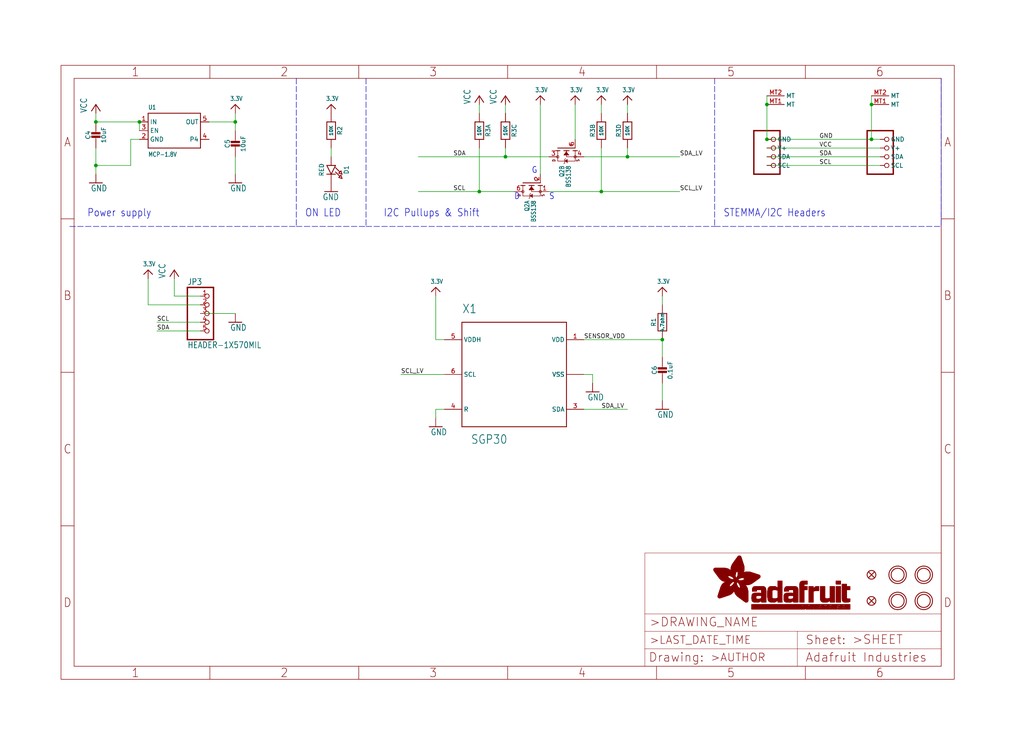
<source format=kicad_sch>
(kicad_sch (version 20211123) (generator eeschema)
  (paper "User" 298.45 217.881)
  (lib_symbols
    (symbol "schematicEagle-eagle-import:3.3V" (power)
      (property "Value" "3.3V" (at -1.524 1.016 0))
      (symbol "3.3V_1_0"
        (pin power_in line (at 0 -2.54 90) (length 2.54) (name "3.3V") (number "1"))
      )
    )
    (symbol "schematicEagle-eagle-import:CAP_CERAMIC0603_NO"
      (property "Reference" "C" (at -2.29 1.25 90))
      (property "Value" "CAP_CERAMIC0603_NO" (at 2.3 1.25 90))
      (symbol "CAP_CERAMIC0603_NO_1_0"
        (pin passive line (at 0 5.08 270) (length 2.54) (name "1") (number "1"))
        (pin passive line (at 0 -2.54 90) (length 2.54) (name "2") (number "2"))
      )
    )
    (symbol "schematicEagle-eagle-import:CAP_CERAMIC0805-NOOUTLINE"
      (property "Reference" "C" (at -2.29 1.25 90))
      (property "Value" "CAP_CERAMIC0805-NOOUTLINE" (at 2.3 1.25 90))
      (symbol "CAP_CERAMIC0805-NOOUTLINE_1_0"
        (pin passive line (at 0 5.08 270) (length 2.54) (name "1") (number "1"))
        (pin passive line (at 0 -2.54 90) (length 2.54) (name "2") (number "2"))
      )
    )
    (symbol "schematicEagle-eagle-import:FIDUCIAL_1MM")
    (symbol "schematicEagle-eagle-import:FRAME_A4_ADAFRUIT"
      (symbol "FRAME_A4_ADAFRUIT_0_0"
        (text "1" (at 21.6958 1.905 0) (effects (font (size 2.54 2.286))))
        (text "1" (at 21.6958 177.165 0) (effects (font (size 2.54 2.286))))
        (text "2" (at 65.0875 1.905 0) (effects (font (size 2.54 2.286))))
        (text "2" (at 65.0875 177.165 0) (effects (font (size 2.54 2.286))))
        (text "3" (at 108.4792 1.905 0) (effects (font (size 2.54 2.286))))
        (text "3" (at 108.4792 177.165 0) (effects (font (size 2.54 2.286))))
        (text "4" (at 151.8708 1.905 0) (effects (font (size 2.54 2.286))))
        (text "4" (at 151.8708 177.165 0) (effects (font (size 2.54 2.286))))
        (text "5" (at 195.2625 1.905 0) (effects (font (size 2.54 2.286))))
        (text "5" (at 195.2625 177.165 0) (effects (font (size 2.54 2.286))))
        (text "6" (at 238.6542 1.905 0) (effects (font (size 2.54 2.286))))
        (text "6" (at 238.6542 177.165 0) (effects (font (size 2.54 2.286))))
        (text "A" (at 1.905 156.6863 0) (effects (font (size 2.54 2.286))))
        (text "A" (at 258.445 156.6863 0) (effects (font (size 2.54 2.286))))
        (text "B" (at 1.905 111.9188 0) (effects (font (size 2.54 2.286))))
        (text "B" (at 258.445 111.9188 0) (effects (font (size 2.54 2.286))))
        (text "C" (at 1.905 67.1513 0) (effects (font (size 2.54 2.286))))
        (text "C" (at 258.445 67.1513 0) (effects (font (size 2.54 2.286))))
        (text "D" (at 1.905 22.3838 0) (effects (font (size 2.54 2.286))))
        (text "D" (at 258.445 22.3838 0) (effects (font (size 2.54 2.286))))
      )
      (symbol "FRAME_A4_ADAFRUIT_1_0"
        (text ">AUTHOR" (at 189.23 5.08 0) (effects (font (size 2.286 2.286)) (justify left bottom)))
        (text ">DRAWING_NAME" (at 171.45 15.24 0) (effects (font (size 2.54 2.54)) (justify left bottom)))
        (text ">LAST_DATE_TIME" (at 171.45 10.16 0) (effects (font (size 2.286 2.286)) (justify left bottom)))
        (text ">SHEET" (at 230.505 10.16 0) (effects (font (size 2.54 2.54)) (justify left bottom)))
        (text "Adafruit Industries" (at 216.916 4.953 0) (effects (font (size 2.54 2.54)) (justify left bottom)))
        (text "Drawing:" (at 171.196 4.953 0) (effects (font (size 2.54 2.54)) (justify left bottom)))
        (text "Sheet:" (at 216.916 10.033 0) (effects (font (size 2.54 2.54)) (justify left bottom)))
      )
    )
    (symbol "schematicEagle-eagle-import:GND" (power)
      (property "Value" "GND" (at -2.54 -2.54 0))
      (symbol "GND_1_0"
        (pin power_in line (at 0 2.54 270) (length 2.54) (name "GND") (number "1"))
      )
    )
    (symbol "schematicEagle-eagle-import:HEADER-1X570MIL"
      (property "Reference" "JP" (at -6.35 8.255 0))
      (property "Value" "HEADER-1X570MIL" (at -6.35 -10.16 0))
      (symbol "HEADER-1X570MIL_1_0"
        (pin passive inverted (at -2.54 5.08 0) (length 2.54) (name "1") (number "1"))
        (pin passive inverted (at -2.54 2.54 0) (length 2.54) (name "2") (number "2"))
        (pin passive inverted (at -2.54 0 0) (length 2.54) (name "3") (number "3"))
        (pin passive inverted (at -2.54 -2.54 0) (length 2.54) (name "4") (number "4"))
        (pin passive inverted (at -2.54 -5.08 0) (length 2.54) (name "5") (number "5"))
      )
    )
    (symbol "schematicEagle-eagle-import:LED0603_NOOUTLINE"
      (property "Reference" "D" (at -1.27 4.445 0))
      (property "Value" "LED0603_NOOUTLINE" (at -1.27 -2.794 0))
      (symbol "LED0603_NOOUTLINE_1_0"
        (pin passive line (at -5.08 0 0) (length 2.54) (name "A") (number "A"))
        (pin passive line (at 2.54 0 180) (length 2.54) (name "C") (number "C"))
      )
    )
    (symbol "schematicEagle-eagle-import:MOSFET-N_DUAL"
      (property "Reference" "Q" (at 5.08 0.635 0))
      (property "Value" "MOSFET-N_DUAL" (at 5.08 -1.27 0))
      (symbol "MOSFET-N_DUAL_1_0"
        (text "D" (at 3.175 3.175 0) (effects (font (size 0.8128 0.6908)) (justify left bottom)))
        (text "G" (at -1.27 -1.905 0) (effects (font (size 0.8128 0.6908)) (justify left bottom)))
        (text "S" (at 3.175 -3.81 0) (effects (font (size 0.8128 0.6908)) (justify left bottom)))
        (pin bidirectional line (at 2.54 -5.08 90) (length 2.54) (name "S") (number "1"))
        (pin bidirectional line (at -2.54 -2.54 0) (length 2.54) (name "G") (number "2"))
        (pin bidirectional line (at 2.54 5.08 270) (length 2.54) (name "D") (number "6"))
      )
      (symbol "MOSFET-N_DUAL_2_0"
        (text "D" (at 3.175 3.175 0) (effects (font (size 0.8128 0.6908)) (justify left bottom)))
        (text "G" (at -1.27 -1.905 0) (effects (font (size 0.8128 0.6908)) (justify left bottom)))
        (text "S" (at 3.175 -3.81 0) (effects (font (size 0.8128 0.6908)) (justify left bottom)))
        (pin bidirectional line (at 2.54 5.08 270) (length 2.54) (name "D") (number "3"))
        (pin bidirectional line (at 2.54 -5.08 90) (length 2.54) (name "S") (number "4"))
        (pin bidirectional line (at -2.54 -2.54 0) (length 2.54) (name "G") (number "5"))
      )
    )
    (symbol "schematicEagle-eagle-import:MOUNTINGHOLE2.5")
    (symbol "schematicEagle-eagle-import:RESISTOR_0603_NOOUT"
      (property "Reference" "R" (at 0 2.54 0))
      (property "Value" "RESISTOR_0603_NOOUT" (at 0 0 0))
      (symbol "RESISTOR_0603_NOOUT_1_0"
        (pin passive line (at -5.08 0 0) (length 2.54) (name "1") (number "1"))
        (pin passive line (at 5.08 0 180) (length 2.54) (name "2") (number "2"))
      )
    )
    (symbol "schematicEagle-eagle-import:RESISTOR_4PACK"
      (property "Reference" "R" (at 0 2.54 0))
      (property "Value" "RESISTOR_4PACK" (at 0 0 0))
      (symbol "RESISTOR_4PACK_1_0"
        (pin passive line (at -5.08 0 0) (length 2.54) (name "1") (number "1"))
        (pin passive line (at 5.08 0 180) (length 2.54) (name "2") (number "8"))
      )
      (symbol "RESISTOR_4PACK_2_0"
        (pin passive line (at -5.08 0 0) (length 2.54) (name "1") (number "2"))
        (pin passive line (at 5.08 0 180) (length 2.54) (name "2") (number "7"))
      )
      (symbol "RESISTOR_4PACK_3_0"
        (pin passive line (at -5.08 0 0) (length 2.54) (name "1") (number "3"))
        (pin passive line (at 5.08 0 180) (length 2.54) (name "2") (number "6"))
      )
      (symbol "RESISTOR_4PACK_4_0"
        (pin passive line (at -5.08 0 0) (length 2.54) (name "1") (number "4"))
        (pin passive line (at 5.08 0 180) (length 2.54) (name "2") (number "5"))
      )
    )
    (symbol "schematicEagle-eagle-import:SGP30"
      (property "Value" "SGP30" (at -12.7 -20.32 0))
      (symbol "SGP30_1_0"
        (pin bidirectional line (at 20.32 10.16 180) (length 5.08) (name "VDD") (number "1"))
        (pin bidirectional line (at 20.32 0 180) (length 5.08) (name "VSS") (number "2"))
        (pin bidirectional line (at 20.32 -10.16 180) (length 5.08) (name "SDA") (number "3"))
        (pin bidirectional line (at -20.32 -10.16 0) (length 5.08) (name "R") (number "4"))
        (pin bidirectional line (at -20.32 10.16 0) (length 5.08) (name "VDDH") (number "5"))
        (pin bidirectional line (at -20.32 0 0) (length 5.08) (name "SCL") (number "6"))
        (pin bidirectional line (at 20.32 0 180) (length 5.08) (name "VSS") (number "P$7"))
      )
    )
    (symbol "schematicEagle-eagle-import:STEMMA_I2C_QT"
      (symbol "STEMMA_I2C_QT_1_0"
        (pin passive inverted (at 0 5.08 0) (length 2.54) (name "GND") (number "1"))
        (pin passive inverted (at 0 2.54 0) (length 2.54) (name "V+") (number "2"))
        (pin passive inverted (at 0 0 0) (length 2.54) (name "SDA") (number "3"))
        (pin passive inverted (at 0 -2.54 0) (length 2.54) (name "SCL") (number "4"))
      )
      (symbol "STEMMA_I2C_QT_2_0"
        (pin bidirectional line (at 0 0 0) (length 5.08) (name "MT") (number "MT1"))
      )
      (symbol "STEMMA_I2C_QT_3_0"
        (pin bidirectional line (at 0 0 0) (length 5.08) (name "MT") (number "MT2"))
      )
    )
    (symbol "schematicEagle-eagle-import:VCC" (power)
      (property "Value" "VCC" (at -2.54 -2.54 90))
      (symbol "VCC_1_0"
        (pin power_in line (at 0 -2.54 90) (length 2.54) (name "VCC") (number "1"))
      )
    )
    (symbol "schematicEagle-eagle-import:VREG_SOT23-5"
      (property "Reference" "U" (at -7.62 6.096 0))
      (property "Value" "VREG_SOT23-5" (at -7.62 -7.62 0))
      (symbol "VREG_SOT23-5_1_0"
        (pin power_in line (at -10.16 2.54 0) (length 2.54) (name "IN") (number "1"))
        (pin power_in line (at -10.16 -2.54 0) (length 2.54) (name "GND") (number "2"))
        (pin input line (at -10.16 0 0) (length 2.54) (name "EN") (number "3"))
        (pin bidirectional line (at 10.16 -2.54 180) (length 2.54) (name "P4") (number "4"))
        (pin power_in line (at 10.16 2.54 180) (length 2.54) (name "OUT") (number "5"))
      )
    )
  )
  (junction (at 182.88 45.72))
  (junction (at 27.94 35.56))
  (junction (at 40.64 35.56))
  (junction (at 223.52 40.64))
  (junction (at 254 30.48))
  (junction (at 254 40.64))
  (junction (at 139.7 55.88))
  (junction (at 193.04 99.06))
  (junction (at 68.58 35.56))
  (junction (at 27.94 48.26))
  (junction (at 175.26 55.88))
  (junction (at 223.52 30.48))
  (junction (at 147.32 45.72))
  (wire (pts (xy 147.32 45.72) (xy 121.92 45.72)))
  (wire (pts (xy 182.88 33.02) (xy 182.88 30.48)))
  (wire (pts (xy 58.42 93.98) (xy 45.72 93.98)))
  (wire (pts (xy 149.86 55.88) (xy 139.7 55.88)))
  (wire (pts (xy 129.54 99.06) (xy 127 99.06)))
  (wire (pts (xy 172.72 109.22) (xy 172.72 111.76)))
  (wire (pts (xy 27.94 48.26) (xy 27.94 50.8)))
  (wire (pts (xy 58.42 96.52) (xy 45.72 96.52)))
  (wire (pts (xy 139.7 55.88) (xy 121.92 55.88)))
  (wire (pts (xy 38.1 48.26) (xy 27.94 48.26)))
  (wire (pts (xy 58.42 91.44) (xy 68.58 91.44)))
  (wire (pts (xy 160.02 45.72) (xy 147.32 45.72)))
  (wire (pts (xy 96.52 45.72) (xy 96.52 43.18)))
  (wire (pts (xy 223.52 43.18) (xy 256.54 43.18)))
  (wire (pts (xy 139.7 43.18) (xy 139.7 55.88)))
  (wire (pts (xy 223.52 48.26) (xy 256.54 48.26)))
  (wire (pts (xy 160.02 55.88) (xy 175.26 55.88)))
  (wire (pts (xy 40.64 38.1) (xy 40.64 35.56)))
  (polyline (pts (xy 86.36 66.04) (xy 106.68 66.04)))
  (wire (pts (xy 254 40.64) (xy 223.52 40.64)))
  (wire (pts (xy 223.52 27.94) (xy 223.52 30.48)))
  (wire (pts (xy 129.54 119.38) (xy 127 119.38)))
  (polyline (pts (xy 274.32 22.86) (xy 274.32 66.04)))
  (polyline (pts (xy 20.32 66.04) (xy 86.36 66.04)))
  (wire (pts (xy 170.18 119.38) (xy 182.88 119.38)))
  (wire (pts (xy 147.32 43.18) (xy 147.32 45.72)))
  (wire (pts (xy 254 30.48) (xy 254 40.64)))
  (wire (pts (xy 170.18 99.06) (xy 193.04 99.06)))
  (wire (pts (xy 256.54 45.72) (xy 223.52 45.72)))
  (wire (pts (xy 157.48 50.8) (xy 157.48 30.48)))
  (wire (pts (xy 68.58 45.72) (xy 68.58 50.8)))
  (wire (pts (xy 193.04 86.36) (xy 193.04 88.9)))
  (wire (pts (xy 60.96 35.56) (xy 68.58 35.56)))
  (wire (pts (xy 182.88 43.18) (xy 182.88 45.72)))
  (wire (pts (xy 58.42 86.36) (xy 50.8 86.36)))
  (polyline (pts (xy 86.36 22.86) (xy 86.36 66.04)))
  (wire (pts (xy 175.26 33.02) (xy 175.26 30.48)))
  (wire (pts (xy 68.58 35.56) (xy 68.58 38.1)))
  (polyline (pts (xy 106.68 22.86) (xy 106.68 66.04)))
  (wire (pts (xy 170.18 45.72) (xy 182.88 45.72)))
  (wire (pts (xy 27.94 33.02) (xy 27.94 35.56)))
  (wire (pts (xy 38.1 40.64) (xy 38.1 48.26)))
  (wire (pts (xy 223.52 30.48) (xy 223.52 40.64)))
  (wire (pts (xy 170.18 109.22) (xy 172.72 109.22)))
  (wire (pts (xy 40.64 40.64) (xy 38.1 40.64)))
  (wire (pts (xy 27.94 48.26) (xy 27.94 43.18)))
  (wire (pts (xy 139.7 30.48) (xy 139.7 33.02)))
  (wire (pts (xy 127 119.38) (xy 127 121.92)))
  (wire (pts (xy 58.42 88.9) (xy 43.18 88.9)))
  (polyline (pts (xy 106.68 66.04) (xy 208.28 66.04)))
  (wire (pts (xy 175.26 55.88) (xy 198.12 55.88)))
  (wire (pts (xy 50.8 86.36) (xy 50.8 81.28)))
  (wire (pts (xy 167.64 40.64) (xy 167.64 30.48)))
  (wire (pts (xy 193.04 111.76) (xy 193.04 116.84)))
  (wire (pts (xy 182.88 45.72) (xy 198.12 45.72)))
  (wire (pts (xy 68.58 35.56) (xy 68.58 33.02)))
  (wire (pts (xy 127 99.06) (xy 127 86.36)))
  (wire (pts (xy 256.54 40.64) (xy 254 40.64)))
  (wire (pts (xy 129.54 109.22) (xy 116.84 109.22)))
  (polyline (pts (xy 208.28 22.86) (xy 208.28 66.04)))
  (polyline (pts (xy 208.28 66.04) (xy 274.32 66.04)))
  (wire (pts (xy 43.18 88.9) (xy 43.18 81.28)))
  (wire (pts (xy 40.64 35.56) (xy 27.94 35.56)))
  (wire (pts (xy 254 27.94) (xy 254 30.48)))
  (wire (pts (xy 193.04 99.06) (xy 193.04 104.14)))
  (wire (pts (xy 147.32 33.02) (xy 147.32 30.48)))
  (wire (pts (xy 175.26 43.18) (xy 175.26 55.88)))
  (text "STEMMA/I2C Headers" (at 210.82 63.5 180) (effects (font (size 2.1844 1.8567)) (justify left bottom)))
  (text "I2C Pullups & Shift" (at 111.76 63.5 180) (effects (font (size 2.1844 1.8567)) (justify left bottom)))
  (text "Power supply" (at 25.4 63.5 180) (effects (font (size 2.1844 1.8567)) (justify left bottom)))
  (text "G" (at 154.94 50.8 180) (effects (font (size 1.778 1.5113)) (justify left bottom)))
  (text "ON LED" (at 88.9 63.5 180) (effects (font (size 2.1844 1.8567)) (justify left bottom)))
  (text "D" (at 149.86 58.42 180) (effects (font (size 1.778 1.5113)) (justify left bottom)))
  (text "S" (at 160.02 58.42 180) (effects (font (size 1.778 1.5113)) (justify left bottom)))
  (label "SDA_LV" (at 198.12 45.72 0) (effects (font (size 1.2446 1.2446))))
  (label "SDA" (at 238.76 45.72 0) (effects (font (size 1.2446 1.2446))))
  (label "SCL" (at 132.08 55.88 0) (effects (font (size 1.2446 1.2446))))
  (label "SDA_LV" (at 175.26 119.38 0) (effects (font (size 1.2446 1.2446))))
  (label "VCC" (at 238.76 43.18 0) (effects (font (size 1.2446 1.2446))))
  (label "SCL" (at 238.76 48.26 0) (effects (font (size 1.2446 1.2446))))
  (label "GND" (at 238.76 40.64 0) (effects (font (size 1.2446 1.2446))))
  (label "SENSOR_VDD" (at 170.18 99.06 0) (effects (font (size 1.2446 1.2446))))
  (label "SCL" (at 45.72 93.98 0) (effects (font (size 1.2446 1.2446))))
  (label "SDA" (at 45.72 96.52 0) (effects (font (size 1.2446 1.2446))))
  (label "SDA" (at 132.08 45.72 0) (effects (font (size 1.2446 1.2446))))
  (label "SCL_LV" (at 116.84 109.22 0) (effects (font (size 1.2446 1.2446))))
  (label "SCL_LV" (at 198.12 55.88 0) (effects (font (size 1.2446 1.2446))))
  (symbol (lib_id "schematicEagle-eagle-import:3.3V") (at 157.48 27.94 0) (unit 1)
    (property "Reference" "#U$6" (effects hide))
    (property "Value" "3.3V" (at 155.956 26.924 0) (effects (font (size 1.27 1.0795)) (justify left bottom)))
    (property "Footprint" "schematicEagle:" (effects hide))
  )
  (symbol (lib_id "schematicEagle-eagle-import:3.3V") (at 193.04 83.82 0) (unit 1)
    (property "Reference" "#U$13" (effects hide))
    (property "Value" "3.3V" (at 191.516 82.804 0) (effects (font (size 1.27 1.0795)) (justify left bottom)))
    (property "Footprint" "schematicEagle:" (effects hide))
  )
  (symbol (lib_id "schematicEagle-eagle-import:3.3V") (at 68.58 30.48 0) (unit 1)
    (property "Reference" "#U$3" (effects hide))
    (property "Value" "3.3V" (at 67.056 29.464 0) (effects (font (size 1.27 1.0795)) (justify left bottom)))
    (property "Footprint" "schematicEagle:" (effects hide))
  )
  (symbol (lib_id "schematicEagle-eagle-import:3.3V") (at 127 83.82 0) (unit 1)
    (property "Reference" "#U$10" (effects hide))
    (property "Value" "3.3V" (at 125.476 82.804 0) (effects (font (size 1.27 1.0795)) (justify left bottom)))
    (property "Footprint" "schematicEagle:" (effects hide))
  )
  (symbol (lib_id "schematicEagle-eagle-import:GND") (at 193.04 119.38 0) (unit 1)
    (property "Reference" "#U$15" (effects hide))
    (property "Value" "GND" (at 191.516 121.92 0) (effects (font (size 1.778 1.5113)) (justify left bottom)))
    (property "Footprint" "schematicEagle:" (effects hide))
  )
  (symbol (lib_id "schematicEagle-eagle-import:RESISTOR_0603_NOOUT") (at 96.52 38.1 270) (unit 1)
    (property "Reference" "R2" (at 99.06 38.1 0))
    (property "Value" "10K" (at 96.52 38.1 0) (effects (font (size 1.016 1.016) bold)))
    (property "Footprint" "schematicEagle:0603-NO" (effects hide))
  )
  (symbol (lib_id "schematicEagle-eagle-import:3.3V") (at 96.52 30.48 0) (unit 1)
    (property "Reference" "#U$4" (effects hide))
    (property "Value" "3.3V" (at 94.996 29.464 0) (effects (font (size 1.27 1.0795)) (justify left bottom)))
    (property "Footprint" "schematicEagle:" (effects hide))
  )
  (symbol (lib_id "schematicEagle-eagle-import:RESISTOR_4PACK") (at 147.32 38.1 270) (unit 3)
    (property "Reference" "R3" (at 149.86 38.1 0))
    (property "Value" "10K" (at 147.32 38.1 0) (effects (font (size 1.016 1.016) bold)))
    (property "Footprint" "schematicEagle:RESPACK_4X0603" (effects hide))
  )
  (symbol (lib_id "schematicEagle-eagle-import:HEADER-1X570MIL") (at 60.96 91.44 0) (unit 1)
    (property "Reference" "JP3" (at 54.61 83.185 0) (effects (font (size 1.778 1.5113)) (justify left bottom)))
    (property "Value" "HEADER-1X570MIL" (at 54.61 101.6 0) (effects (font (size 1.778 1.5113)) (justify left bottom)))
    (property "Footprint" "schematicEagle:1X05_ROUND_70" (effects hide))
  )
  (symbol (lib_id "schematicEagle-eagle-import:CAP_CERAMIC0805-NOOUTLINE") (at 68.58 43.18 0) (unit 1)
    (property "Reference" "C5" (at 66.29 41.93 90))
    (property "Value" "10uF" (at 70.88 41.93 90))
    (property "Footprint" "schematicEagle:0805-NO" (effects hide))
  )
  (symbol (lib_id "schematicEagle-eagle-import:GND") (at 96.52 55.88 0) (unit 1)
    (property "Reference" "#GND6" (effects hide))
    (property "Value" "GND" (at 93.98 58.42 0) (effects (font (size 1.778 1.5113)) (justify left bottom)))
    (property "Footprint" "schematicEagle:" (effects hide))
  )
  (symbol (lib_id "schematicEagle-eagle-import:VCC") (at 50.8 78.74 0) (unit 1)
    (property "Reference" "#P+12" (effects hide))
    (property "Value" "VCC" (at 48.26 81.28 90) (effects (font (size 1.778 1.5113)) (justify left bottom)))
    (property "Footprint" "schematicEagle:" (effects hide))
  )
  (symbol (lib_id "schematicEagle-eagle-import:STEMMA_I2C_QT") (at 254 27.94 0) (unit 3)
    (property "Reference" "CONN4" (effects hide))
    (property "Value" "STEMMA_I2C_QT" (effects hide))
    (property "Footprint" "schematicEagle:JST_SH4" (effects hide))
  )
  (symbol (lib_id "schematicEagle-eagle-import:VCC") (at 139.7 27.94 0) (unit 1)
    (property "Reference" "#P+3" (effects hide))
    (property "Value" "VCC" (at 137.16 30.48 90) (effects (font (size 1.778 1.5113)) (justify left bottom)))
    (property "Footprint" "schematicEagle:" (effects hide))
  )
  (symbol (lib_id "schematicEagle-eagle-import:MOUNTINGHOLE2.5") (at 269.24 167.64 0) (unit 1)
    (property "Reference" "U$31" (effects hide))
    (property "Value" "MOUNTINGHOLE2.5" (effects hide))
    (property "Footprint" "schematicEagle:MOUNTINGHOLE_2.5_PLATED" (effects hide))
  )
  (symbol (lib_id "schematicEagle-eagle-import:MOSFET-N_DUAL") (at 154.94 53.34 90) (mirror x) (unit 1)
    (property "Reference" "Q2" (at 154.305 58.42 0) (effects (font (size 1.27 1.0795)) (justify left bottom)))
    (property "Value" "BSS138" (at 156.21 58.42 0) (effects (font (size 1.27 1.0795)) (justify left bottom)))
    (property "Footprint" "schematicEagle:SOT363" (effects hide))
  )
  (symbol (lib_id "schematicEagle-eagle-import:GND") (at 68.58 53.34 0) (unit 1)
    (property "Reference" "#U$14" (effects hide))
    (property "Value" "GND" (at 67.056 55.88 0) (effects (font (size 1.778 1.5113)) (justify left bottom)))
    (property "Footprint" "schematicEagle:" (effects hide))
  )
  (symbol (lib_id "schematicEagle-eagle-import:SGP30") (at 149.86 109.22 0) (unit 1)
    (property "Reference" "X1" (at 134.62 91.44 0) (effects (font (size 2.54 2.159)) (justify left bottom)))
    (property "Value" "SGP30" (at 137.16 129.54 0) (effects (font (size 2.54 2.159)) (justify left bottom)))
    (property "Footprint" "schematicEagle:SGP30" (effects hide))
  )
  (symbol (lib_id "schematicEagle-eagle-import:3.3V") (at 182.88 27.94 0) (unit 1)
    (property "Reference" "#U$9" (effects hide))
    (property "Value" "3.3V" (at 181.356 26.924 0) (effects (font (size 1.27 1.0795)) (justify left bottom)))
    (property "Footprint" "schematicEagle:" (effects hide))
  )
  (symbol (lib_id "schematicEagle-eagle-import:GND") (at 27.94 53.34 0) (unit 1)
    (property "Reference" "#U$12" (effects hide))
    (property "Value" "GND" (at 26.416 55.88 0) (effects (font (size 1.778 1.5113)) (justify left bottom)))
    (property "Footprint" "schematicEagle:" (effects hide))
  )
  (symbol (lib_id "schematicEagle-eagle-import:STEMMA_I2C_QT") (at 223.52 27.94 0) (unit 3)
    (property "Reference" "CONN3" (effects hide))
    (property "Value" "STEMMA_I2C_QT" (effects hide))
    (property "Footprint" "schematicEagle:JST_SH4" (effects hide))
  )
  (symbol (lib_id "schematicEagle-eagle-import:VCC") (at 147.32 27.94 0) (unit 1)
    (property "Reference" "#P+9" (effects hide))
    (property "Value" "VCC" (at 144.78 30.48 90) (effects (font (size 1.778 1.5113)) (justify left bottom)))
    (property "Footprint" "schematicEagle:" (effects hide))
  )
  (symbol (lib_id "schematicEagle-eagle-import:MOUNTINGHOLE2.5") (at 261.62 167.64 0) (unit 1)
    (property "Reference" "U$29" (effects hide))
    (property "Value" "MOUNTINGHOLE2.5" (effects hide))
    (property "Footprint" "schematicEagle:MOUNTINGHOLE_2.5_PLATED" (effects hide))
  )
  (symbol (lib_id "schematicEagle-eagle-import:CAP_CERAMIC0805-NOOUTLINE") (at 27.94 40.64 0) (unit 1)
    (property "Reference" "C4" (at 25.65 39.39 90))
    (property "Value" "10uF" (at 30.24 39.39 90))
    (property "Footprint" "schematicEagle:0805-NO" (effects hide))
  )
  (symbol (lib_id "schematicEagle-eagle-import:STEMMA_I2C_QT") (at 254 30.48 0) (unit 2)
    (property "Reference" "CONN4" (effects hide))
    (property "Value" "STEMMA_I2C_QT" (effects hide))
    (property "Footprint" "schematicEagle:JST_SH4" (effects hide))
  )
  (symbol (lib_id "schematicEagle-eagle-import:STEMMA_I2C_QT") (at 223.52 45.72 0) (unit 1)
    (property "Reference" "CONN3" (effects hide))
    (property "Value" "STEMMA_I2C_QT" (effects hide))
    (property "Footprint" "schematicEagle:JST_SH4" (effects hide))
  )
  (symbol (lib_id "schematicEagle-eagle-import:FRAME_A4_ADAFRUIT") (at 17.78 198.12 0) (unit 1)
    (property "Reference" "#U$30" (effects hide))
    (property "Value" "FRAME_A4_ADAFRUIT" (effects hide))
    (property "Footprint" "schematicEagle:" (effects hide))
  )
  (symbol (lib_id "schematicEagle-eagle-import:RESISTOR_4PACK") (at 175.26 38.1 90) (mirror x) (unit 2)
    (property "Reference" "R3" (at 172.72 38.1 0))
    (property "Value" "10K" (at 175.26 38.1 0) (effects (font (size 1.016 1.016) bold)))
    (property "Footprint" "schematicEagle:RESPACK_4X0603" (effects hide))
  )
  (symbol (lib_id "schematicEagle-eagle-import:GND") (at 172.72 114.3 0) (unit 1)
    (property "Reference" "#U$11" (effects hide))
    (property "Value" "GND" (at 171.196 116.84 0) (effects (font (size 1.778 1.5113)) (justify left bottom)))
    (property "Footprint" "schematicEagle:" (effects hide))
  )
  (symbol (lib_id "schematicEagle-eagle-import:3.3V") (at 167.64 27.94 0) (unit 1)
    (property "Reference" "#U$5" (effects hide))
    (property "Value" "3.3V" (at 166.116 26.924 0) (effects (font (size 1.27 1.0795)) (justify left bottom)))
    (property "Footprint" "schematicEagle:" (effects hide))
  )
  (symbol (lib_id "schematicEagle-eagle-import:LED0603_NOOUTLINE") (at 96.52 50.8 270) (unit 1)
    (property "Reference" "D1" (at 100.965 49.53 0))
    (property "Value" "RED" (at 93.726 49.53 0))
    (property "Footprint" "schematicEagle:CHIPLED_0603_NOOUTLINE" (effects hide))
  )
  (symbol (lib_id "schematicEagle-eagle-import:GND") (at 127 124.46 0) (unit 1)
    (property "Reference" "#U$7" (effects hide))
    (property "Value" "GND" (at 125.476 127 0) (effects (font (size 1.778 1.5113)) (justify left bottom)))
    (property "Footprint" "schematicEagle:" (effects hide))
  )
  (symbol (lib_id "schematicEagle-eagle-import:VREG_SOT23-5") (at 50.8 38.1 0) (unit 1)
    (property "Reference" "U1" (at 43.18 32.004 0) (effects (font (size 1.27 1.0795)) (justify left bottom)))
    (property "Value" "MCP-1.8V" (at 43.18 45.72 0) (effects (font (size 1.27 1.0795)) (justify left bottom)))
    (property "Footprint" "schematicEagle:SOT23-5" (effects hide))
  )
  (symbol (lib_id "schematicEagle-eagle-import:3.3V") (at 43.18 78.74 0) (unit 1)
    (property "Reference" "#U$1" (effects hide))
    (property "Value" "3.3V" (at 41.656 77.724 0) (effects (font (size 1.27 1.0795)) (justify left bottom)))
    (property "Footprint" "schematicEagle:" (effects hide))
  )
  (symbol (lib_id "schematicEagle-eagle-import:3.3V") (at 175.26 27.94 0) (unit 1)
    (property "Reference" "#U$8" (effects hide))
    (property "Value" "3.3V" (at 173.736 26.924 0) (effects (font (size 1.27 1.0795)) (justify left bottom)))
    (property "Footprint" "schematicEagle:" (effects hide))
  )
  (symbol (lib_id "schematicEagle-eagle-import:STEMMA_I2C_QT") (at 256.54 45.72 0) (unit 1)
    (property "Reference" "CONN4" (effects hide))
    (property "Value" "STEMMA_I2C_QT" (effects hide))
    (property "Footprint" "schematicEagle:JST_SH4" (effects hide))
  )
  (symbol (lib_id "schematicEagle-eagle-import:RESISTOR_4PACK") (at 182.88 38.1 90) (mirror x) (unit 4)
    (property "Reference" "R3" (at 180.34 38.1 0))
    (property "Value" "10K" (at 182.88 38.1 0) (effects (font (size 1.016 1.016) bold)))
    (property "Footprint" "schematicEagle:RESPACK_4X0603" (effects hide))
  )
  (symbol (lib_id "schematicEagle-eagle-import:RESISTOR_4PACK") (at 139.7 38.1 270) (unit 1)
    (property "Reference" "R3" (at 142.24 38.1 0))
    (property "Value" "10K" (at 139.7 38.1 0) (effects (font (size 1.016 1.016) bold)))
    (property "Footprint" "schematicEagle:RESPACK_4X0603" (effects hide))
  )
  (symbol (lib_id "schematicEagle-eagle-import:FIDUCIAL_1MM") (at 254 175.26 0) (unit 1)
    (property "Reference" "FID3" (effects hide))
    (property "Value" "FIDUCIAL_1MM" (effects hide))
    (property "Footprint" "schematicEagle:FIDUCIAL_1MM" (effects hide))
  )
  (symbol (lib_id "schematicEagle-eagle-import:MOSFET-N_DUAL") (at 165.1 43.18 90) (mirror x) (unit 2)
    (property "Reference" "Q2" (at 164.465 48.26 0) (effects (font (size 1.27 1.0795)) (justify left bottom)))
    (property "Value" "BSS138" (at 166.37 48.26 0) (effects (font (size 1.27 1.0795)) (justify left bottom)))
    (property "Footprint" "schematicEagle:SOT363" (effects hide))
  )
  (symbol (lib_id "schematicEagle-eagle-import:CAP_CERAMIC0603_NO") (at 193.04 109.22 0) (unit 1)
    (property "Reference" "C6" (at 190.75 107.97 90))
    (property "Value" "0.1uF" (at 195.34 107.97 90))
    (property "Footprint" "schematicEagle:0603-NO" (effects hide))
  )
  (symbol (lib_id "schematicEagle-eagle-import:RESISTOR_0603_NOOUT") (at 193.04 93.98 90) (unit 1)
    (property "Reference" "R1" (at 190.5 93.98 0))
    (property "Value" "4.7ohm" (at 193.04 93.98 0) (effects (font (size 1.016 1.016) bold)))
    (property "Footprint" "schematicEagle:0603-NO" (effects hide))
  )
  (symbol (lib_id "schematicEagle-eagle-import:VCC") (at 27.94 30.48 0) (unit 1)
    (property "Reference" "#P+11" (effects hide))
    (property "Value" "VCC" (at 25.4 33.02 90) (effects (font (size 1.778 1.5113)) (justify left bottom)))
    (property "Footprint" "schematicEagle:" (effects hide))
  )
  (symbol (lib_id "schematicEagle-eagle-import:STEMMA_I2C_QT") (at 223.52 30.48 0) (unit 2)
    (property "Reference" "CONN3" (effects hide))
    (property "Value" "STEMMA_I2C_QT" (effects hide))
    (property "Footprint" "schematicEagle:JST_SH4" (effects hide))
  )
  (symbol (lib_id "schematicEagle-eagle-import:GND") (at 68.58 93.98 0) (unit 1)
    (property "Reference" "#U$18" (effects hide))
    (property "Value" "GND" (at 67.056 96.52 0) (effects (font (size 1.778 1.5113)) (justify left bottom)))
    (property "Footprint" "schematicEagle:" (effects hide))
  )
  (symbol (lib_id "schematicEagle-eagle-import:MOUNTINGHOLE2.5") (at 269.24 175.26 0) (unit 1)
    (property "Reference" "U$32" (effects hide))
    (property "Value" "MOUNTINGHOLE2.5" (effects hide))
    (property "Footprint" "schematicEagle:MOUNTINGHOLE_2.5_PLATED" (effects hide))
  )
  (symbol (lib_id "schematicEagle-eagle-import:FIDUCIAL_1MM") (at 254 167.64 0) (unit 1)
    (property "Reference" "FID4" (effects hide))
    (property "Value" "FIDUCIAL_1MM" (effects hide))
    (property "Footprint" "schematicEagle:FIDUCIAL_1MM" (effects hide))
  )
  (symbol (lib_id "schematicEagle-eagle-import:MOUNTINGHOLE2.5") (at 261.62 175.26 0) (unit 1)
    (property "Reference" "U$28" (effects hide))
    (property "Value" "MOUNTINGHOLE2.5" (effects hide))
    (property "Footprint" "schematicEagle:MOUNTINGHOLE_2.5_PLATED" (effects hide))
  )
)
</source>
